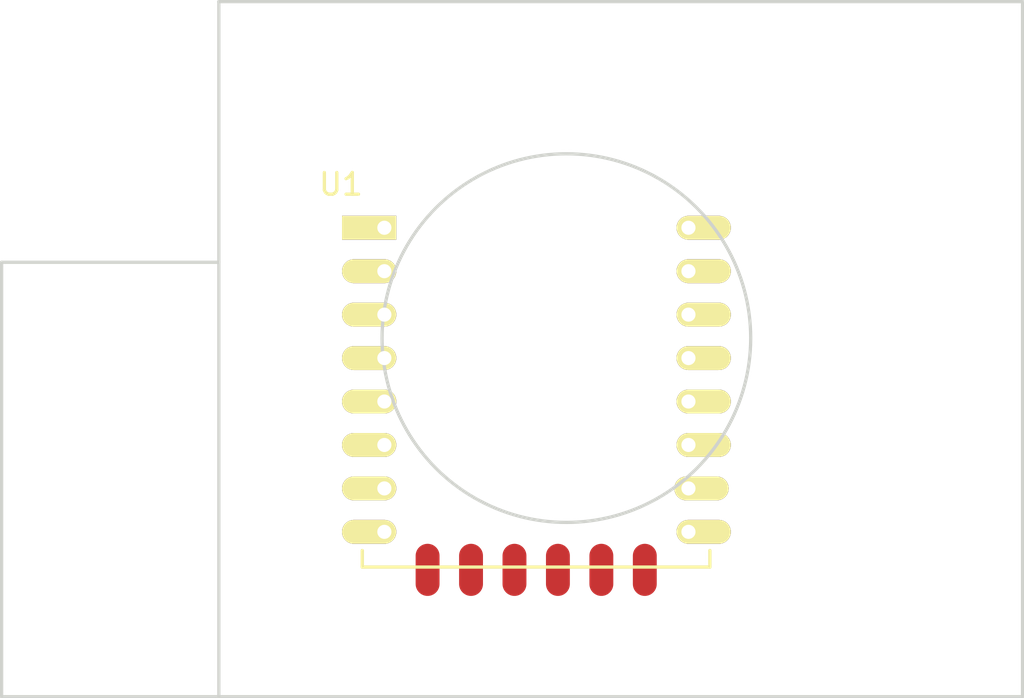
<source format=kicad_pcb>
(kicad_pcb (version 4) (host pcbnew 4.0.5-e0-6337~49~ubuntu14.04.1)

  (general
    (links 0)
    (no_connects 0)
    (area 0 0 0 0)
    (thickness 1.6)
    (drawings 8)
    (tracks 0)
    (zones 0)
    (modules 1)
    (nets 1)
  )

  (page A4)
  (layers
    (0 F.Cu signal)
    (31 B.Cu signal)
    (32 B.Adhes user)
    (33 F.Adhes user)
    (34 B.Paste user)
    (35 F.Paste user)
    (36 B.SilkS user)
    (37 F.SilkS user)
    (38 B.Mask user)
    (39 F.Mask user)
    (40 Dwgs.User user)
    (41 Cmts.User user)
    (42 Eco1.User user)
    (43 Eco2.User user)
    (44 Edge.Cuts user)
    (45 Margin user)
    (46 B.CrtYd user)
    (47 F.CrtYd user)
    (48 B.Fab user)
    (49 F.Fab user)
  )

  (setup
    (last_trace_width 0.25)
    (user_trace_width 1)
    (user_trace_width 5)
    (trace_clearance 0.25)
    (zone_clearance 0.508)
    (zone_45_only no)
    (trace_min 0.15)
    (segment_width 0.2)
    (edge_width 0.15)
    (via_size 0.6)
    (via_drill 0.4)
    (via_min_size 0.3048)
    (via_min_drill 0.3)
    (uvia_size 0.3)
    (uvia_drill 0.1)
    (uvias_allowed no)
    (uvia_min_size 0)
    (uvia_min_drill 0.1)
    (pcb_text_width 0.3)
    (pcb_text_size 1.5 1.5)
    (mod_edge_width 0.15)
    (mod_text_size 1 1)
    (mod_text_width 0.15)
    (pad_size 1.524 1.524)
    (pad_drill 0.762)
    (pad_to_mask_clearance 0.2)
    (aux_axis_origin 0 0)
    (visible_elements FFFFFF7F)
    (pcbplotparams
      (layerselection 0x00030_80000001)
      (usegerberextensions false)
      (excludeedgelayer true)
      (linewidth 0.100000)
      (plotframeref false)
      (viasonmask false)
      (mode 1)
      (useauxorigin false)
      (hpglpennumber 1)
      (hpglpenspeed 20)
      (hpglpendiameter 15)
      (hpglpenoverlay 2)
      (psnegative false)
      (psa4output false)
      (plotreference true)
      (plotvalue true)
      (plotinvisibletext false)
      (padsonsilk false)
      (subtractmaskfromsilk false)
      (outputformat 1)
      (mirror false)
      (drillshape 1)
      (scaleselection 1)
      (outputdirectory ""))
  )

  (net 0 "")

  (net_class Default "This is the default net class."
    (clearance 0.25)
    (trace_width 0.25)
    (via_dia 0.6)
    (via_drill 0.4)
    (uvia_dia 0.3)
    (uvia_drill 0.1)
  )

  (module ESP8266:ESP-12E (layer F.Cu) (tedit 589F9EF4) (tstamp 589F9FEC)
    (at 81.28 54.61)
    (descr "Module, ESP-8266, ESP-12, 16 pad, SMD")
    (tags "Module ESP-8266 ESP8266")
    (fp_text reference U1 (at -2 -2) (layer F.SilkS)
      (effects (font (size 1 1) (thickness 0.15)))
    )
    (fp_text value ESP-12E (at 8 1) (layer F.Fab)
      (effects (font (size 1 1) (thickness 0.15)))
    )
    (fp_line (start -2.25 -0.5) (end -2.25 -8.75) (layer F.CrtYd) (width 0.05))
    (fp_line (start -2.25 -8.75) (end 15.25 -8.75) (layer F.CrtYd) (width 0.05))
    (fp_line (start 15.25 -8.75) (end 16.25 -8.75) (layer F.CrtYd) (width 0.05))
    (fp_line (start 16.25 -8.75) (end 16.25 16) (layer F.CrtYd) (width 0.05))
    (fp_line (start 16.25 16) (end -2.25 16) (layer F.CrtYd) (width 0.05))
    (fp_line (start -2.25 16) (end -2.25 -0.5) (layer F.CrtYd) (width 0.05))
    (fp_line (start -1.016 -8.382) (end 14.986 -8.382) (layer F.CrtYd) (width 0.1524))
    (fp_line (start 14.986 -8.382) (end 14.986 -0.889) (layer F.CrtYd) (width 0.1524))
    (fp_line (start -1.016 -8.382) (end -1.016 -1.016) (layer F.CrtYd) (width 0.1524))
    (fp_line (start -1.016 14.859) (end -1.016 15.621) (layer F.SilkS) (width 0.1524))
    (fp_line (start -1.016 15.621) (end 14.986 15.621) (layer F.SilkS) (width 0.1524))
    (fp_line (start 14.986 15.621) (end 14.986 14.859) (layer F.SilkS) (width 0.1524))
    (fp_line (start 14.992 -8.4) (end -1.008 -2.6) (layer F.CrtYd) (width 0.1524))
    (fp_line (start -1.008 -8.4) (end 14.992 -2.6) (layer F.CrtYd) (width 0.1524))
    (fp_text user "No Copper" (at 6.892 -5.4) (layer F.CrtYd)
      (effects (font (size 1 1) (thickness 0.15)))
    )
    (fp_line (start -1.008 -2.6) (end 14.992 -2.6) (layer F.CrtYd) (width 0.1524))
    (fp_line (start 15 -8.4) (end 15 15.6) (layer F.Fab) (width 0.05))
    (fp_line (start 14.992 15.6) (end -1.008 15.6) (layer F.Fab) (width 0.05))
    (fp_line (start -1.008 15.6) (end -1.008 -8.4) (layer F.Fab) (width 0.05))
    (fp_line (start -1.008 -8.4) (end 14.992 -8.4) (layer F.Fab) (width 0.05))
    (pad 1 thru_hole rect (at 0 0) (size 2.5 1.1) (drill 0.65 (offset -0.7 0)) (layers *.Cu *.Mask F.SilkS))
    (pad 2 thru_hole oval (at 0 2) (size 2.5 1.1) (drill 0.65 (offset -0.7 0)) (layers *.Cu *.Mask F.SilkS))
    (pad 3 thru_hole oval (at 0 4) (size 2.5 1.1) (drill 0.65 (offset -0.7 0)) (layers *.Cu *.Mask F.SilkS))
    (pad 4 thru_hole oval (at 0 6) (size 2.5 1.1) (drill 0.65 (offset -0.7 0)) (layers *.Cu *.Mask F.SilkS))
    (pad 5 thru_hole oval (at 0 8) (size 2.5 1.1) (drill 0.65 (offset -0.7 0)) (layers *.Cu *.Mask F.SilkS))
    (pad 6 thru_hole oval (at 0 10) (size 2.5 1.1) (drill 0.65 (offset -0.7 0)) (layers *.Cu *.Mask F.SilkS))
    (pad 7 thru_hole oval (at 0 12) (size 2.5 1.1) (drill 0.65 (offset -0.7 0)) (layers *.Cu *.Mask F.SilkS))
    (pad 8 thru_hole oval (at 0 14) (size 2.5 1.1) (drill 0.65 (offset -0.7 0)) (layers *.Cu *.Mask F.SilkS))
    (pad 9 thru_hole oval (at 14 14) (size 2.5 1.1) (drill 0.65 (offset 0.7 0)) (layers *.Cu *.Mask F.SilkS))
    (pad 10 thru_hole oval (at 14 12) (size 2.5 1.1) (drill 0.65 (offset 0.6 0)) (layers *.Cu *.Mask F.SilkS))
    (pad 11 thru_hole oval (at 14 10) (size 2.5 1.1) (drill 0.65 (offset 0.7 0)) (layers *.Cu *.Mask F.SilkS))
    (pad 12 thru_hole oval (at 14 8) (size 2.5 1.1) (drill 0.65 (offset 0.7 0)) (layers *.Cu *.Mask F.SilkS))
    (pad 13 thru_hole oval (at 14 6) (size 2.5 1.1) (drill 0.65 (offset 0.7 0)) (layers *.Cu *.Mask F.SilkS))
    (pad 14 thru_hole oval (at 14 4) (size 2.5 1.1) (drill 0.65 (offset 0.7 0)) (layers *.Cu *.Mask F.SilkS))
    (pad 15 thru_hole oval (at 14 2) (size 2.5 1.1) (drill 0.65 (offset 0.7 0)) (layers *.Cu *.Mask F.SilkS))
    (pad 16 thru_hole oval (at 14 0) (size 2.5 1.1) (drill 0.65 (offset 0.7 0)) (layers *.Cu *.Mask F.SilkS))
    (pad 17 smd oval (at 1.99 15.75 90) (size 2.4 1.1) (layers F.Cu F.Paste F.Mask))
    (pad 18 smd oval (at 3.99 15.75 90) (size 2.4 1.1) (layers F.Cu F.Paste F.Mask))
    (pad 19 smd oval (at 5.99 15.75 90) (size 2.4 1.1) (layers F.Cu F.Paste F.Mask))
    (pad 20 smd oval (at 7.99 15.75 90) (size 2.4 1.1) (layers F.Cu F.Paste F.Mask))
    (pad 21 smd oval (at 9.99 15.75 90) (size 2.4 1.1) (layers F.Cu F.Paste F.Mask))
    (pad 22 smd oval (at 11.99 15.75 90) (size 2.4 1.1) (layers F.Cu F.Paste F.Mask))
    (model ${ESPLIB}/ESP8266.3dshapes/ESP-12.wrl
      (at (xyz 0 0 0))
      (scale (xyz 0.3937 0.3937 0.3937))
      (rotate (xyz 0 0 0))
    )
  )

  (gr_line (start 63.66 56.2) (end 73.66 56.2) (angle 90) (layer Edge.Cuts) (width 0.15))
  (gr_line (start 63.66 76.2) (end 73.66 76.2) (angle 90) (layer Edge.Cuts) (width 0.15))
  (gr_line (start 63.66 56.2) (end 63.66 76.2) (angle 90) (layer Edge.Cuts) (width 0.15))
  (gr_line (start 110.66 44.2) (end 73.66 44.2) (angle 90) (layer Edge.Cuts) (width 0.15))
  (gr_line (start 110.66 76.2) (end 110.66 44.2) (angle 90) (layer Edge.Cuts) (width 0.15))
  (gr_line (start 110.66 76.2) (end 73.66 76.2) (angle 90) (layer Edge.Cuts) (width 0.15))
  (gr_line (start 73.66 76.2) (end 73.66 44.2) (angle 90) (layer Edge.Cuts) (width 0.15))
  (gr_circle (center 89.66 59.69) (end 83.66 53.69) (layer Edge.Cuts) (width 0.15))

)

</source>
